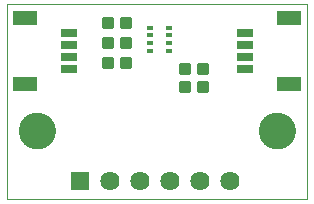
<source format=gts>
G75*
%MOIN*%
%OFA0B0*%
%FSLAX25Y25*%
%IPPOS*%
%LPD*%
%AMOC8*
5,1,8,0,0,1.08239X$1,22.5*
%
%ADD10C,0.00000*%
%ADD11C,0.12211*%
%ADD12C,0.01287*%
%ADD13R,0.06400X0.06400*%
%ADD14C,0.06400*%
%ADD15R,0.05715X0.02762*%
%ADD16R,0.08274X0.05124*%
%ADD17R,0.02369X0.01778*%
D10*
X0001350Y0002094D02*
X0001350Y0067055D01*
X0101035Y0067055D01*
X0101035Y0002094D01*
X0001350Y0002094D01*
X0005287Y0024929D02*
X0005289Y0025082D01*
X0005295Y0025236D01*
X0005305Y0025389D01*
X0005319Y0025541D01*
X0005337Y0025694D01*
X0005359Y0025845D01*
X0005384Y0025996D01*
X0005414Y0026147D01*
X0005448Y0026297D01*
X0005485Y0026445D01*
X0005526Y0026593D01*
X0005571Y0026739D01*
X0005620Y0026885D01*
X0005673Y0027029D01*
X0005729Y0027171D01*
X0005789Y0027312D01*
X0005853Y0027452D01*
X0005920Y0027590D01*
X0005991Y0027726D01*
X0006066Y0027860D01*
X0006143Y0027992D01*
X0006225Y0028122D01*
X0006309Y0028250D01*
X0006397Y0028376D01*
X0006488Y0028499D01*
X0006582Y0028620D01*
X0006680Y0028738D01*
X0006780Y0028854D01*
X0006884Y0028967D01*
X0006990Y0029078D01*
X0007099Y0029186D01*
X0007211Y0029291D01*
X0007325Y0029392D01*
X0007443Y0029491D01*
X0007562Y0029587D01*
X0007684Y0029680D01*
X0007809Y0029769D01*
X0007936Y0029856D01*
X0008065Y0029938D01*
X0008196Y0030018D01*
X0008329Y0030094D01*
X0008464Y0030167D01*
X0008601Y0030236D01*
X0008740Y0030301D01*
X0008880Y0030363D01*
X0009022Y0030421D01*
X0009165Y0030476D01*
X0009310Y0030527D01*
X0009456Y0030574D01*
X0009603Y0030617D01*
X0009751Y0030656D01*
X0009900Y0030692D01*
X0010050Y0030723D01*
X0010201Y0030751D01*
X0010352Y0030775D01*
X0010505Y0030795D01*
X0010657Y0030811D01*
X0010810Y0030823D01*
X0010963Y0030831D01*
X0011116Y0030835D01*
X0011270Y0030835D01*
X0011423Y0030831D01*
X0011576Y0030823D01*
X0011729Y0030811D01*
X0011881Y0030795D01*
X0012034Y0030775D01*
X0012185Y0030751D01*
X0012336Y0030723D01*
X0012486Y0030692D01*
X0012635Y0030656D01*
X0012783Y0030617D01*
X0012930Y0030574D01*
X0013076Y0030527D01*
X0013221Y0030476D01*
X0013364Y0030421D01*
X0013506Y0030363D01*
X0013646Y0030301D01*
X0013785Y0030236D01*
X0013922Y0030167D01*
X0014057Y0030094D01*
X0014190Y0030018D01*
X0014321Y0029938D01*
X0014450Y0029856D01*
X0014577Y0029769D01*
X0014702Y0029680D01*
X0014824Y0029587D01*
X0014943Y0029491D01*
X0015061Y0029392D01*
X0015175Y0029291D01*
X0015287Y0029186D01*
X0015396Y0029078D01*
X0015502Y0028967D01*
X0015606Y0028854D01*
X0015706Y0028738D01*
X0015804Y0028620D01*
X0015898Y0028499D01*
X0015989Y0028376D01*
X0016077Y0028250D01*
X0016161Y0028122D01*
X0016243Y0027992D01*
X0016320Y0027860D01*
X0016395Y0027726D01*
X0016466Y0027590D01*
X0016533Y0027452D01*
X0016597Y0027312D01*
X0016657Y0027171D01*
X0016713Y0027029D01*
X0016766Y0026885D01*
X0016815Y0026739D01*
X0016860Y0026593D01*
X0016901Y0026445D01*
X0016938Y0026297D01*
X0016972Y0026147D01*
X0017002Y0025996D01*
X0017027Y0025845D01*
X0017049Y0025694D01*
X0017067Y0025541D01*
X0017081Y0025389D01*
X0017091Y0025236D01*
X0017097Y0025082D01*
X0017099Y0024929D01*
X0017097Y0024776D01*
X0017091Y0024622D01*
X0017081Y0024469D01*
X0017067Y0024317D01*
X0017049Y0024164D01*
X0017027Y0024013D01*
X0017002Y0023862D01*
X0016972Y0023711D01*
X0016938Y0023561D01*
X0016901Y0023413D01*
X0016860Y0023265D01*
X0016815Y0023119D01*
X0016766Y0022973D01*
X0016713Y0022829D01*
X0016657Y0022687D01*
X0016597Y0022546D01*
X0016533Y0022406D01*
X0016466Y0022268D01*
X0016395Y0022132D01*
X0016320Y0021998D01*
X0016243Y0021866D01*
X0016161Y0021736D01*
X0016077Y0021608D01*
X0015989Y0021482D01*
X0015898Y0021359D01*
X0015804Y0021238D01*
X0015706Y0021120D01*
X0015606Y0021004D01*
X0015502Y0020891D01*
X0015396Y0020780D01*
X0015287Y0020672D01*
X0015175Y0020567D01*
X0015061Y0020466D01*
X0014943Y0020367D01*
X0014824Y0020271D01*
X0014702Y0020178D01*
X0014577Y0020089D01*
X0014450Y0020002D01*
X0014321Y0019920D01*
X0014190Y0019840D01*
X0014057Y0019764D01*
X0013922Y0019691D01*
X0013785Y0019622D01*
X0013646Y0019557D01*
X0013506Y0019495D01*
X0013364Y0019437D01*
X0013221Y0019382D01*
X0013076Y0019331D01*
X0012930Y0019284D01*
X0012783Y0019241D01*
X0012635Y0019202D01*
X0012486Y0019166D01*
X0012336Y0019135D01*
X0012185Y0019107D01*
X0012034Y0019083D01*
X0011881Y0019063D01*
X0011729Y0019047D01*
X0011576Y0019035D01*
X0011423Y0019027D01*
X0011270Y0019023D01*
X0011116Y0019023D01*
X0010963Y0019027D01*
X0010810Y0019035D01*
X0010657Y0019047D01*
X0010505Y0019063D01*
X0010352Y0019083D01*
X0010201Y0019107D01*
X0010050Y0019135D01*
X0009900Y0019166D01*
X0009751Y0019202D01*
X0009603Y0019241D01*
X0009456Y0019284D01*
X0009310Y0019331D01*
X0009165Y0019382D01*
X0009022Y0019437D01*
X0008880Y0019495D01*
X0008740Y0019557D01*
X0008601Y0019622D01*
X0008464Y0019691D01*
X0008329Y0019764D01*
X0008196Y0019840D01*
X0008065Y0019920D01*
X0007936Y0020002D01*
X0007809Y0020089D01*
X0007684Y0020178D01*
X0007562Y0020271D01*
X0007443Y0020367D01*
X0007325Y0020466D01*
X0007211Y0020567D01*
X0007099Y0020672D01*
X0006990Y0020780D01*
X0006884Y0020891D01*
X0006780Y0021004D01*
X0006680Y0021120D01*
X0006582Y0021238D01*
X0006488Y0021359D01*
X0006397Y0021482D01*
X0006309Y0021608D01*
X0006225Y0021736D01*
X0006143Y0021866D01*
X0006066Y0021998D01*
X0005991Y0022132D01*
X0005920Y0022268D01*
X0005853Y0022406D01*
X0005789Y0022546D01*
X0005729Y0022687D01*
X0005673Y0022829D01*
X0005620Y0022973D01*
X0005571Y0023119D01*
X0005526Y0023265D01*
X0005485Y0023413D01*
X0005448Y0023561D01*
X0005414Y0023711D01*
X0005384Y0023862D01*
X0005359Y0024013D01*
X0005337Y0024164D01*
X0005319Y0024317D01*
X0005305Y0024469D01*
X0005295Y0024622D01*
X0005289Y0024776D01*
X0005287Y0024929D01*
X0085287Y0024929D02*
X0085289Y0025082D01*
X0085295Y0025236D01*
X0085305Y0025389D01*
X0085319Y0025541D01*
X0085337Y0025694D01*
X0085359Y0025845D01*
X0085384Y0025996D01*
X0085414Y0026147D01*
X0085448Y0026297D01*
X0085485Y0026445D01*
X0085526Y0026593D01*
X0085571Y0026739D01*
X0085620Y0026885D01*
X0085673Y0027029D01*
X0085729Y0027171D01*
X0085789Y0027312D01*
X0085853Y0027452D01*
X0085920Y0027590D01*
X0085991Y0027726D01*
X0086066Y0027860D01*
X0086143Y0027992D01*
X0086225Y0028122D01*
X0086309Y0028250D01*
X0086397Y0028376D01*
X0086488Y0028499D01*
X0086582Y0028620D01*
X0086680Y0028738D01*
X0086780Y0028854D01*
X0086884Y0028967D01*
X0086990Y0029078D01*
X0087099Y0029186D01*
X0087211Y0029291D01*
X0087325Y0029392D01*
X0087443Y0029491D01*
X0087562Y0029587D01*
X0087684Y0029680D01*
X0087809Y0029769D01*
X0087936Y0029856D01*
X0088065Y0029938D01*
X0088196Y0030018D01*
X0088329Y0030094D01*
X0088464Y0030167D01*
X0088601Y0030236D01*
X0088740Y0030301D01*
X0088880Y0030363D01*
X0089022Y0030421D01*
X0089165Y0030476D01*
X0089310Y0030527D01*
X0089456Y0030574D01*
X0089603Y0030617D01*
X0089751Y0030656D01*
X0089900Y0030692D01*
X0090050Y0030723D01*
X0090201Y0030751D01*
X0090352Y0030775D01*
X0090505Y0030795D01*
X0090657Y0030811D01*
X0090810Y0030823D01*
X0090963Y0030831D01*
X0091116Y0030835D01*
X0091270Y0030835D01*
X0091423Y0030831D01*
X0091576Y0030823D01*
X0091729Y0030811D01*
X0091881Y0030795D01*
X0092034Y0030775D01*
X0092185Y0030751D01*
X0092336Y0030723D01*
X0092486Y0030692D01*
X0092635Y0030656D01*
X0092783Y0030617D01*
X0092930Y0030574D01*
X0093076Y0030527D01*
X0093221Y0030476D01*
X0093364Y0030421D01*
X0093506Y0030363D01*
X0093646Y0030301D01*
X0093785Y0030236D01*
X0093922Y0030167D01*
X0094057Y0030094D01*
X0094190Y0030018D01*
X0094321Y0029938D01*
X0094450Y0029856D01*
X0094577Y0029769D01*
X0094702Y0029680D01*
X0094824Y0029587D01*
X0094943Y0029491D01*
X0095061Y0029392D01*
X0095175Y0029291D01*
X0095287Y0029186D01*
X0095396Y0029078D01*
X0095502Y0028967D01*
X0095606Y0028854D01*
X0095706Y0028738D01*
X0095804Y0028620D01*
X0095898Y0028499D01*
X0095989Y0028376D01*
X0096077Y0028250D01*
X0096161Y0028122D01*
X0096243Y0027992D01*
X0096320Y0027860D01*
X0096395Y0027726D01*
X0096466Y0027590D01*
X0096533Y0027452D01*
X0096597Y0027312D01*
X0096657Y0027171D01*
X0096713Y0027029D01*
X0096766Y0026885D01*
X0096815Y0026739D01*
X0096860Y0026593D01*
X0096901Y0026445D01*
X0096938Y0026297D01*
X0096972Y0026147D01*
X0097002Y0025996D01*
X0097027Y0025845D01*
X0097049Y0025694D01*
X0097067Y0025541D01*
X0097081Y0025389D01*
X0097091Y0025236D01*
X0097097Y0025082D01*
X0097099Y0024929D01*
X0097097Y0024776D01*
X0097091Y0024622D01*
X0097081Y0024469D01*
X0097067Y0024317D01*
X0097049Y0024164D01*
X0097027Y0024013D01*
X0097002Y0023862D01*
X0096972Y0023711D01*
X0096938Y0023561D01*
X0096901Y0023413D01*
X0096860Y0023265D01*
X0096815Y0023119D01*
X0096766Y0022973D01*
X0096713Y0022829D01*
X0096657Y0022687D01*
X0096597Y0022546D01*
X0096533Y0022406D01*
X0096466Y0022268D01*
X0096395Y0022132D01*
X0096320Y0021998D01*
X0096243Y0021866D01*
X0096161Y0021736D01*
X0096077Y0021608D01*
X0095989Y0021482D01*
X0095898Y0021359D01*
X0095804Y0021238D01*
X0095706Y0021120D01*
X0095606Y0021004D01*
X0095502Y0020891D01*
X0095396Y0020780D01*
X0095287Y0020672D01*
X0095175Y0020567D01*
X0095061Y0020466D01*
X0094943Y0020367D01*
X0094824Y0020271D01*
X0094702Y0020178D01*
X0094577Y0020089D01*
X0094450Y0020002D01*
X0094321Y0019920D01*
X0094190Y0019840D01*
X0094057Y0019764D01*
X0093922Y0019691D01*
X0093785Y0019622D01*
X0093646Y0019557D01*
X0093506Y0019495D01*
X0093364Y0019437D01*
X0093221Y0019382D01*
X0093076Y0019331D01*
X0092930Y0019284D01*
X0092783Y0019241D01*
X0092635Y0019202D01*
X0092486Y0019166D01*
X0092336Y0019135D01*
X0092185Y0019107D01*
X0092034Y0019083D01*
X0091881Y0019063D01*
X0091729Y0019047D01*
X0091576Y0019035D01*
X0091423Y0019027D01*
X0091270Y0019023D01*
X0091116Y0019023D01*
X0090963Y0019027D01*
X0090810Y0019035D01*
X0090657Y0019047D01*
X0090505Y0019063D01*
X0090352Y0019083D01*
X0090201Y0019107D01*
X0090050Y0019135D01*
X0089900Y0019166D01*
X0089751Y0019202D01*
X0089603Y0019241D01*
X0089456Y0019284D01*
X0089310Y0019331D01*
X0089165Y0019382D01*
X0089022Y0019437D01*
X0088880Y0019495D01*
X0088740Y0019557D01*
X0088601Y0019622D01*
X0088464Y0019691D01*
X0088329Y0019764D01*
X0088196Y0019840D01*
X0088065Y0019920D01*
X0087936Y0020002D01*
X0087809Y0020089D01*
X0087684Y0020178D01*
X0087562Y0020271D01*
X0087443Y0020367D01*
X0087325Y0020466D01*
X0087211Y0020567D01*
X0087099Y0020672D01*
X0086990Y0020780D01*
X0086884Y0020891D01*
X0086780Y0021004D01*
X0086680Y0021120D01*
X0086582Y0021238D01*
X0086488Y0021359D01*
X0086397Y0021482D01*
X0086309Y0021608D01*
X0086225Y0021736D01*
X0086143Y0021866D01*
X0086066Y0021998D01*
X0085991Y0022132D01*
X0085920Y0022268D01*
X0085853Y0022406D01*
X0085789Y0022546D01*
X0085729Y0022687D01*
X0085673Y0022829D01*
X0085620Y0022973D01*
X0085571Y0023119D01*
X0085526Y0023265D01*
X0085485Y0023413D01*
X0085448Y0023561D01*
X0085414Y0023711D01*
X0085384Y0023862D01*
X0085359Y0024013D01*
X0085337Y0024164D01*
X0085319Y0024317D01*
X0085305Y0024469D01*
X0085295Y0024622D01*
X0085289Y0024776D01*
X0085287Y0024929D01*
D11*
X0091193Y0024929D03*
X0011193Y0024929D03*
D12*
X0033643Y0048701D02*
X0036257Y0048701D01*
X0036257Y0046087D01*
X0033643Y0046087D01*
X0033643Y0048701D01*
X0033643Y0047310D02*
X0036257Y0047310D01*
X0036257Y0048533D02*
X0033643Y0048533D01*
X0033620Y0052854D02*
X0036234Y0052854D01*
X0033620Y0052854D02*
X0033620Y0055468D01*
X0036234Y0055468D01*
X0036234Y0052854D01*
X0036234Y0054077D02*
X0033620Y0054077D01*
X0033620Y0055300D02*
X0036234Y0055300D01*
X0039620Y0052854D02*
X0042234Y0052854D01*
X0039620Y0052854D02*
X0039620Y0055468D01*
X0042234Y0055468D01*
X0042234Y0052854D01*
X0042234Y0054077D02*
X0039620Y0054077D01*
X0039620Y0055300D02*
X0042234Y0055300D01*
X0042255Y0059453D02*
X0039641Y0059453D01*
X0039641Y0062067D01*
X0042255Y0062067D01*
X0042255Y0059453D01*
X0042255Y0060676D02*
X0039641Y0060676D01*
X0039641Y0061899D02*
X0042255Y0061899D01*
X0036255Y0059453D02*
X0033641Y0059453D01*
X0033641Y0062067D01*
X0036255Y0062067D01*
X0036255Y0059453D01*
X0036255Y0060676D02*
X0033641Y0060676D01*
X0033641Y0061899D02*
X0036255Y0061899D01*
X0039643Y0048701D02*
X0042257Y0048701D01*
X0042257Y0046087D01*
X0039643Y0046087D01*
X0039643Y0048701D01*
X0039643Y0047310D02*
X0042257Y0047310D01*
X0042257Y0048533D02*
X0039643Y0048533D01*
X0059327Y0046746D02*
X0059327Y0044132D01*
X0059327Y0046746D02*
X0061941Y0046746D01*
X0061941Y0044132D01*
X0059327Y0044132D01*
X0059327Y0045355D02*
X0061941Y0045355D01*
X0061941Y0046578D02*
X0059327Y0046578D01*
X0065243Y0046701D02*
X0065243Y0044087D01*
X0065243Y0046701D02*
X0067857Y0046701D01*
X0067857Y0044087D01*
X0065243Y0044087D01*
X0065243Y0045310D02*
X0067857Y0045310D01*
X0067857Y0046533D02*
X0065243Y0046533D01*
X0065243Y0040701D02*
X0065243Y0038087D01*
X0065243Y0040701D02*
X0067857Y0040701D01*
X0067857Y0038087D01*
X0065243Y0038087D01*
X0065243Y0039310D02*
X0067857Y0039310D01*
X0067857Y0040533D02*
X0065243Y0040533D01*
X0059327Y0040746D02*
X0059327Y0038132D01*
X0059327Y0040746D02*
X0061941Y0040746D01*
X0061941Y0038132D01*
X0059327Y0038132D01*
X0059327Y0039355D02*
X0061941Y0039355D01*
X0061941Y0040578D02*
X0059327Y0040578D01*
D13*
X0025563Y0008000D03*
D14*
X0035563Y0008000D03*
X0045563Y0008000D03*
X0055563Y0008000D03*
X0065563Y0008000D03*
X0075563Y0008000D03*
D15*
X0080563Y0045598D03*
X0080563Y0049535D03*
X0080563Y0053472D03*
X0080563Y0057409D03*
X0021822Y0057409D03*
X0021822Y0053472D03*
X0021822Y0049535D03*
X0021822Y0045598D03*
D16*
X0007354Y0040480D03*
X0007354Y0062528D03*
X0095031Y0062528D03*
X0095031Y0040480D03*
D17*
X0055173Y0051575D03*
X0055173Y0054134D03*
X0055173Y0056693D03*
X0055173Y0059252D03*
X0048874Y0059252D03*
X0048874Y0056693D03*
X0048874Y0054134D03*
X0048874Y0051575D03*
M02*

</source>
